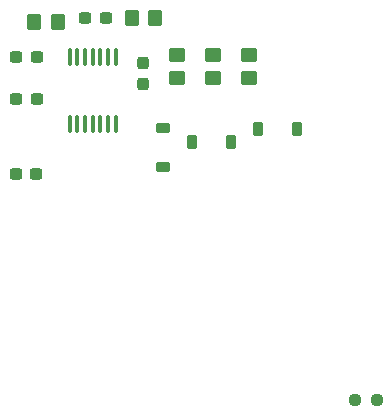
<source format=gbr>
%TF.GenerationSoftware,KiCad,Pcbnew,7.0.1*%
%TF.CreationDate,2023-05-22T07:14:15+09:00*%
%TF.ProjectId,THRControlModuleBoard,54485243-6f6e-4747-926f-6c4d6f64756c,rev?*%
%TF.SameCoordinates,Original*%
%TF.FileFunction,Paste,Top*%
%TF.FilePolarity,Positive*%
%FSLAX46Y46*%
G04 Gerber Fmt 4.6, Leading zero omitted, Abs format (unit mm)*
G04 Created by KiCad (PCBNEW 7.0.1) date 2023-05-22 07:14:15*
%MOMM*%
%LPD*%
G01*
G04 APERTURE LIST*
G04 Aperture macros list*
%AMRoundRect*
0 Rectangle with rounded corners*
0 $1 Rounding radius*
0 $2 $3 $4 $5 $6 $7 $8 $9 X,Y pos of 4 corners*
0 Add a 4 corners polygon primitive as box body*
4,1,4,$2,$3,$4,$5,$6,$7,$8,$9,$2,$3,0*
0 Add four circle primitives for the rounded corners*
1,1,$1+$1,$2,$3*
1,1,$1+$1,$4,$5*
1,1,$1+$1,$6,$7*
1,1,$1+$1,$8,$9*
0 Add four rect primitives between the rounded corners*
20,1,$1+$1,$2,$3,$4,$5,0*
20,1,$1+$1,$4,$5,$6,$7,0*
20,1,$1+$1,$6,$7,$8,$9,0*
20,1,$1+$1,$8,$9,$2,$3,0*%
G04 Aperture macros list end*
%ADD10RoundRect,0.100000X-0.100000X0.637500X-0.100000X-0.637500X0.100000X-0.637500X0.100000X0.637500X0*%
%ADD11RoundRect,0.237500X-0.300000X-0.237500X0.300000X-0.237500X0.300000X0.237500X-0.300000X0.237500X0*%
%ADD12RoundRect,0.225000X0.225000X0.375000X-0.225000X0.375000X-0.225000X-0.375000X0.225000X-0.375000X0*%
%ADD13RoundRect,0.250000X-0.450000X0.350000X-0.450000X-0.350000X0.450000X-0.350000X0.450000X0.350000X0*%
%ADD14RoundRect,0.250000X0.350000X0.450000X-0.350000X0.450000X-0.350000X-0.450000X0.350000X-0.450000X0*%
%ADD15RoundRect,0.225000X0.375000X-0.225000X0.375000X0.225000X-0.375000X0.225000X-0.375000X-0.225000X0*%
%ADD16RoundRect,0.250000X-0.350000X-0.450000X0.350000X-0.450000X0.350000X0.450000X-0.350000X0.450000X0*%
%ADD17RoundRect,0.237500X0.250000X0.237500X-0.250000X0.237500X-0.250000X-0.237500X0.250000X-0.237500X0*%
%ADD18RoundRect,0.237500X-0.237500X0.300000X-0.237500X-0.300000X0.237500X-0.300000X0.237500X0.300000X0*%
%ADD19RoundRect,0.237500X0.300000X0.237500X-0.300000X0.237500X-0.300000X-0.237500X0.300000X-0.237500X0*%
G04 APERTURE END LIST*
D10*
%TO.C,U1*%
X136152000Y-48819500D03*
X135502000Y-48819500D03*
X134852000Y-48819500D03*
X134202000Y-48819500D03*
X133552000Y-48819500D03*
X132902000Y-48819500D03*
X132252000Y-48819500D03*
X132252000Y-54544500D03*
X132902000Y-54544500D03*
X133552000Y-54544500D03*
X134202000Y-54544500D03*
X134852000Y-54544500D03*
X135502000Y-54544500D03*
X136152000Y-54544500D03*
%TD*%
D11*
%TO.C,C2*%
X133593500Y-45586000D03*
X135318500Y-45586000D03*
%TD*%
D12*
%TO.C,D3*%
X145900000Y-56050000D03*
X142600000Y-56050000D03*
%TD*%
%TO.C,D1*%
X151500000Y-54950000D03*
X148200000Y-54950000D03*
%TD*%
D13*
%TO.C,R4*%
X141314000Y-48666000D03*
X141314000Y-50666000D03*
%TD*%
D14*
%TO.C,R2*%
X139520000Y-45586000D03*
X137520000Y-45586000D03*
%TD*%
D15*
%TO.C,D2*%
X140200000Y-58150000D03*
X140200000Y-54850000D03*
%TD*%
D13*
%TO.C,R5*%
X144362000Y-48650000D03*
X144362000Y-50650000D03*
%TD*%
D16*
%TO.C,R1*%
X129250000Y-45850000D03*
X131250000Y-45850000D03*
%TD*%
D13*
%TO.C,R3*%
X147410000Y-48666000D03*
X147410000Y-50666000D03*
%TD*%
D11*
%TO.C,C1*%
X127751500Y-48888000D03*
X129476500Y-48888000D03*
%TD*%
D17*
%TO.C,R11*%
X158262500Y-77850000D03*
X156437500Y-77850000D03*
%TD*%
D18*
%TO.C,C3*%
X138450000Y-49387500D03*
X138450000Y-51112500D03*
%TD*%
D19*
%TO.C,C5*%
X129412500Y-58750000D03*
X127687500Y-58750000D03*
%TD*%
%TO.C,C4*%
X129476500Y-52444000D03*
X127751500Y-52444000D03*
%TD*%
M02*

</source>
